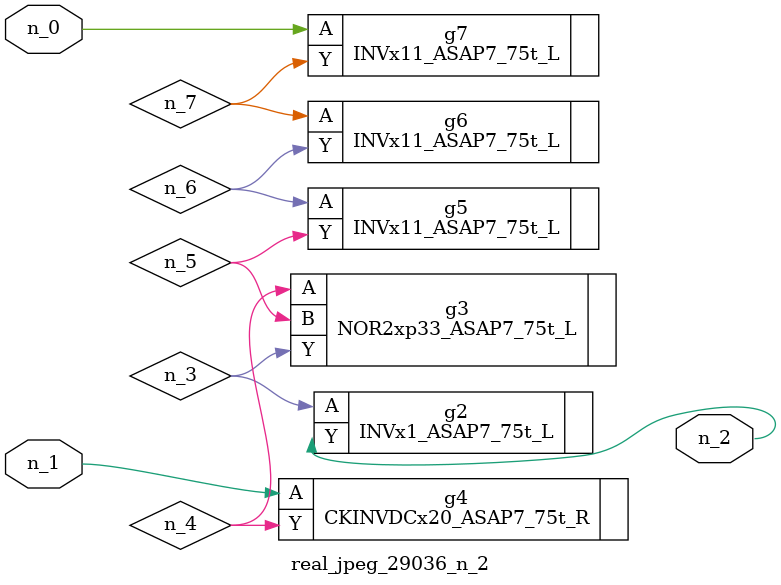
<source format=v>
module real_jpeg_29036_n_2 (n_1, n_0, n_2);

input n_1;
input n_0;

output n_2;

wire n_5;
wire n_4;
wire n_6;
wire n_7;
wire n_3;

INVx11_ASAP7_75t_L g7 ( 
.A(n_0),
.Y(n_7)
);

CKINVDCx20_ASAP7_75t_R g4 ( 
.A(n_1),
.Y(n_4)
);

INVx1_ASAP7_75t_L g2 ( 
.A(n_3),
.Y(n_2)
);

NOR2xp33_ASAP7_75t_L g3 ( 
.A(n_4),
.B(n_5),
.Y(n_3)
);

INVx11_ASAP7_75t_L g5 ( 
.A(n_6),
.Y(n_5)
);

INVx11_ASAP7_75t_L g6 ( 
.A(n_7),
.Y(n_6)
);


endmodule
</source>
